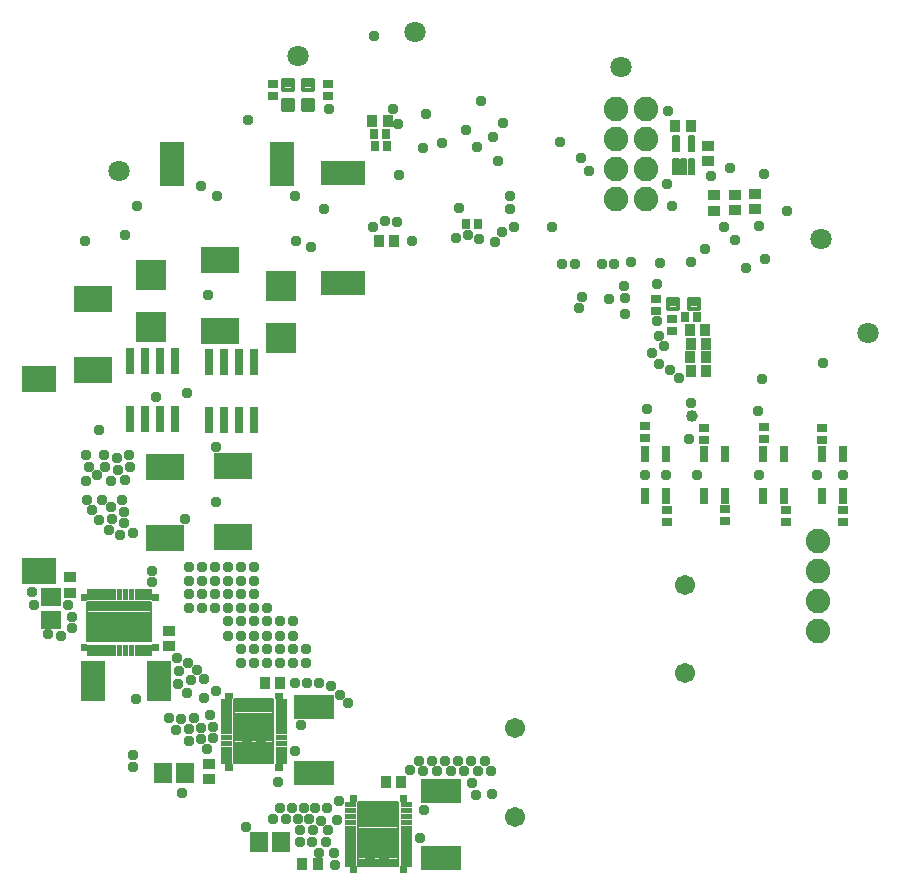
<source format=gbr>
G04 EAGLE Gerber X2 export*
%TF.Part,Single*%
%TF.FileFunction,Soldermask,Top,1*%
%TF.FilePolarity,Negative*%
%TF.GenerationSoftware,Autodesk,EAGLE,8.6.0*%
%TF.CreationDate,2018-04-19T18:27:55Z*%
G75*
%MOMM*%
%FSLAX34Y34*%
%LPD*%
%AMOC8*
5,1,8,0,0,1.08239X$1,22.5*%
G01*
%ADD10C,1.803200*%
%ADD11R,0.762000X2.184400*%
%ADD12R,3.203200X2.203200*%
%ADD13R,0.903200X1.103200*%
%ADD14R,1.103200X0.903200*%
%ADD15R,2.603200X2.603200*%
%ADD16C,0.360959*%
%ADD17R,0.803200X1.403200*%
%ADD18R,0.903200X0.803200*%
%ADD19R,3.403200X2.003200*%
%ADD20R,0.803200X0.903200*%
%ADD21R,1.503200X1.703200*%
%ADD22R,1.703200X1.503200*%
%ADD23R,2.003200X3.403200*%
%ADD24R,3.803200X2.003200*%
%ADD25R,2.003200X3.803200*%
%ADD26C,0.175159*%
%ADD27C,0.067978*%
%ADD28C,0.086728*%
%ADD29C,1.711200*%
%ADD30R,3.003200X2.303200*%
%ADD31C,0.150800*%
%ADD32C,2.082800*%
%ADD33C,0.959600*%
%ADD34C,1.009600*%


D10*
X360000Y120000D03*
X320000Y200000D03*
X151000Y345000D03*
X-24000Y375000D03*
X-274000Y257000D03*
X-123000Y355000D03*
D11*
X-160262Y95668D03*
X-172962Y95668D03*
X-185662Y95668D03*
X-198362Y95668D03*
X-198362Y46392D03*
X-185662Y46392D03*
X-172962Y46392D03*
X-160262Y46392D03*
X-226644Y96844D03*
X-239344Y96844D03*
X-252044Y96844D03*
X-264744Y96844D03*
X-264744Y47568D03*
X-252044Y47568D03*
X-239344Y47568D03*
X-226644Y47568D03*
D12*
X-296322Y148802D03*
X-296322Y88802D03*
D13*
X222200Y122700D03*
X209200Y122700D03*
X-106100Y-329800D03*
X-119100Y-329800D03*
D14*
X-198200Y-244600D03*
X-198200Y-257600D03*
D13*
X-46800Y299700D03*
X-59800Y299700D03*
D12*
X-235036Y6610D03*
X-235036Y-53390D03*
D13*
X-41200Y198200D03*
X-54200Y198200D03*
D12*
X-188920Y181808D03*
X-188920Y121808D03*
D13*
X209800Y295200D03*
X196800Y295200D03*
D14*
X-315700Y-86700D03*
X-315700Y-99700D03*
X224700Y265800D03*
X224700Y278800D03*
D13*
X209676Y110902D03*
X222676Y110902D03*
X209422Y99518D03*
X222422Y99518D03*
D12*
X-177304Y7452D03*
X-177304Y-52548D03*
D13*
X209676Y88150D03*
X222676Y88150D03*
D14*
X246966Y223952D03*
X246966Y236952D03*
X229550Y223870D03*
X229550Y236870D03*
X264036Y224766D03*
X264036Y237766D03*
D13*
X-150772Y-176096D03*
X-137772Y-176096D03*
D14*
X-231884Y-131960D03*
X-231884Y-144960D03*
D13*
X-48528Y-260064D03*
X-35528Y-260064D03*
D15*
X-246730Y125258D03*
X-246730Y169258D03*
X-136792Y115718D03*
X-136792Y159718D03*
D16*
X199141Y149111D02*
X199141Y140689D01*
X190719Y140689D01*
X190719Y149111D01*
X199141Y149111D01*
X199141Y144298D02*
X190719Y144298D01*
X190719Y147907D02*
X199141Y147907D01*
X216681Y149111D02*
X216681Y140689D01*
X208259Y140689D01*
X208259Y149111D01*
X216681Y149111D01*
X216681Y144298D02*
X208259Y144298D01*
X208259Y147907D02*
X216681Y147907D01*
D17*
X189000Y-18000D03*
X189000Y18000D03*
X171000Y18000D03*
X171000Y-18000D03*
X239000Y-18000D03*
X239000Y18000D03*
X221000Y18000D03*
X221000Y-18000D03*
X289000Y-18000D03*
X289000Y18000D03*
X271000Y18000D03*
X271000Y-18000D03*
X339000Y-18000D03*
X339000Y18000D03*
X321000Y18000D03*
X321000Y-18000D03*
D18*
X193800Y132200D03*
X193800Y122200D03*
D19*
X-109372Y-196760D03*
X-109372Y-252760D03*
X-1356Y-267984D03*
X-1356Y-323984D03*
D20*
X-57600Y278300D03*
X-47600Y278300D03*
D18*
X338650Y-29830D03*
X338650Y-39830D03*
X321050Y29470D03*
X321050Y39470D03*
D20*
X29700Y212400D03*
X19700Y212400D03*
D18*
X290150Y-29830D03*
X290150Y-39830D03*
X271850Y30670D03*
X271850Y40670D03*
X238654Y-29090D03*
X238654Y-39090D03*
X221350Y29870D03*
X221350Y39870D03*
X189546Y-29814D03*
X189546Y-39814D03*
X171550Y31470D03*
X171550Y41470D03*
D21*
X-155992Y-310378D03*
X-136992Y-310378D03*
X-237310Y-252046D03*
X-218310Y-252046D03*
D22*
X-331582Y-122616D03*
X-331582Y-103616D03*
D20*
X205000Y133500D03*
X215000Y133500D03*
D18*
X180200Y138700D03*
X180200Y148700D03*
D23*
X-240312Y-174850D03*
X-296312Y-174850D03*
D24*
X-84418Y162612D03*
X-84418Y255612D03*
D25*
X-136186Y263508D03*
X-229186Y263508D03*
D26*
X-71568Y-330908D02*
X-38288Y-330908D01*
X-71568Y-330908D02*
X-71568Y-276628D01*
X-38288Y-276628D01*
X-38288Y-330908D01*
X-38288Y-329157D02*
X-71568Y-329157D01*
X-71568Y-327406D02*
X-38288Y-327406D01*
X-38288Y-325655D02*
X-71568Y-325655D01*
X-71568Y-323904D02*
X-38288Y-323904D01*
X-38288Y-322153D02*
X-71568Y-322153D01*
X-71568Y-320402D02*
X-38288Y-320402D01*
X-38288Y-318651D02*
X-71568Y-318651D01*
X-71568Y-316900D02*
X-38288Y-316900D01*
X-38288Y-315149D02*
X-71568Y-315149D01*
X-71568Y-313398D02*
X-38288Y-313398D01*
X-38288Y-311647D02*
X-71568Y-311647D01*
X-71568Y-309896D02*
X-38288Y-309896D01*
X-38288Y-308145D02*
X-71568Y-308145D01*
X-71568Y-306394D02*
X-38288Y-306394D01*
X-38288Y-304643D02*
X-71568Y-304643D01*
X-71568Y-302892D02*
X-38288Y-302892D01*
X-38288Y-301141D02*
X-71568Y-301141D01*
X-71568Y-299390D02*
X-38288Y-299390D01*
X-38288Y-297639D02*
X-71568Y-297639D01*
X-71568Y-295888D02*
X-38288Y-295888D01*
X-38288Y-294137D02*
X-71568Y-294137D01*
X-71568Y-292386D02*
X-38288Y-292386D01*
X-38288Y-290635D02*
X-71568Y-290635D01*
X-71568Y-288884D02*
X-38288Y-288884D01*
X-38288Y-287133D02*
X-71568Y-287133D01*
X-71568Y-285382D02*
X-38288Y-285382D01*
X-38288Y-283631D02*
X-71568Y-283631D01*
X-71568Y-281880D02*
X-38288Y-281880D01*
X-38288Y-280129D02*
X-71568Y-280129D01*
X-71568Y-278378D02*
X-38288Y-278378D01*
D27*
X-74252Y-276842D02*
X-74252Y-280694D01*
X-82604Y-280694D01*
X-82604Y-276842D01*
X-74252Y-276842D01*
X-74252Y-280015D02*
X-82604Y-280015D01*
X-82604Y-279336D02*
X-74252Y-279336D01*
X-74252Y-278657D02*
X-82604Y-278657D01*
X-82604Y-277978D02*
X-74252Y-277978D01*
X-74252Y-277299D02*
X-82604Y-277299D01*
X-27252Y-276842D02*
X-27252Y-280694D01*
X-35604Y-280694D01*
X-35604Y-276842D01*
X-27252Y-276842D01*
X-27252Y-280015D02*
X-35604Y-280015D01*
X-35604Y-279336D02*
X-27252Y-279336D01*
X-27252Y-278657D02*
X-35604Y-278657D01*
X-35604Y-277978D02*
X-27252Y-277978D01*
X-27252Y-277299D02*
X-35604Y-277299D01*
X-74252Y-281842D02*
X-74252Y-285694D01*
X-82604Y-285694D01*
X-82604Y-281842D01*
X-74252Y-281842D01*
X-74252Y-285015D02*
X-82604Y-285015D01*
X-82604Y-284336D02*
X-74252Y-284336D01*
X-74252Y-283657D02*
X-82604Y-283657D01*
X-82604Y-282978D02*
X-74252Y-282978D01*
X-74252Y-282299D02*
X-82604Y-282299D01*
X-74252Y-286842D02*
X-74252Y-290694D01*
X-82604Y-290694D01*
X-82604Y-286842D01*
X-74252Y-286842D01*
X-74252Y-290015D02*
X-82604Y-290015D01*
X-82604Y-289336D02*
X-74252Y-289336D01*
X-74252Y-288657D02*
X-82604Y-288657D01*
X-82604Y-287978D02*
X-74252Y-287978D01*
X-74252Y-287299D02*
X-82604Y-287299D01*
X-74252Y-291842D02*
X-74252Y-295694D01*
X-82604Y-295694D01*
X-82604Y-291842D01*
X-74252Y-291842D01*
X-74252Y-295015D02*
X-82604Y-295015D01*
X-82604Y-294336D02*
X-74252Y-294336D01*
X-74252Y-293657D02*
X-82604Y-293657D01*
X-82604Y-292978D02*
X-74252Y-292978D01*
X-74252Y-292299D02*
X-82604Y-292299D01*
X-74252Y-296842D02*
X-74252Y-300694D01*
X-82604Y-300694D01*
X-82604Y-296842D01*
X-74252Y-296842D01*
X-74252Y-300015D02*
X-82604Y-300015D01*
X-82604Y-299336D02*
X-74252Y-299336D01*
X-74252Y-298657D02*
X-82604Y-298657D01*
X-82604Y-297978D02*
X-74252Y-297978D01*
X-74252Y-297299D02*
X-82604Y-297299D01*
X-74252Y-301842D02*
X-74252Y-305694D01*
X-82604Y-305694D01*
X-82604Y-301842D01*
X-74252Y-301842D01*
X-74252Y-305015D02*
X-82604Y-305015D01*
X-82604Y-304336D02*
X-74252Y-304336D01*
X-74252Y-303657D02*
X-82604Y-303657D01*
X-82604Y-302978D02*
X-74252Y-302978D01*
X-74252Y-302299D02*
X-82604Y-302299D01*
X-74252Y-306842D02*
X-74252Y-310694D01*
X-82604Y-310694D01*
X-82604Y-306842D01*
X-74252Y-306842D01*
X-74252Y-310015D02*
X-82604Y-310015D01*
X-82604Y-309336D02*
X-74252Y-309336D01*
X-74252Y-308657D02*
X-82604Y-308657D01*
X-82604Y-307978D02*
X-74252Y-307978D01*
X-74252Y-307299D02*
X-82604Y-307299D01*
X-74252Y-311842D02*
X-74252Y-315694D01*
X-82604Y-315694D01*
X-82604Y-311842D01*
X-74252Y-311842D01*
X-74252Y-315015D02*
X-82604Y-315015D01*
X-82604Y-314336D02*
X-74252Y-314336D01*
X-74252Y-313657D02*
X-82604Y-313657D01*
X-82604Y-312978D02*
X-74252Y-312978D01*
X-74252Y-312299D02*
X-82604Y-312299D01*
X-74252Y-316842D02*
X-74252Y-320694D01*
X-82604Y-320694D01*
X-82604Y-316842D01*
X-74252Y-316842D01*
X-74252Y-320015D02*
X-82604Y-320015D01*
X-82604Y-319336D02*
X-74252Y-319336D01*
X-74252Y-318657D02*
X-82604Y-318657D01*
X-82604Y-317978D02*
X-74252Y-317978D01*
X-74252Y-317299D02*
X-82604Y-317299D01*
X-74252Y-321842D02*
X-74252Y-325694D01*
X-82604Y-325694D01*
X-82604Y-321842D01*
X-74252Y-321842D01*
X-74252Y-325015D02*
X-82604Y-325015D01*
X-82604Y-324336D02*
X-74252Y-324336D01*
X-74252Y-323657D02*
X-82604Y-323657D01*
X-82604Y-322978D02*
X-74252Y-322978D01*
X-74252Y-322299D02*
X-82604Y-322299D01*
X-74252Y-326842D02*
X-74252Y-330694D01*
X-82604Y-330694D01*
X-82604Y-326842D01*
X-74252Y-326842D01*
X-74252Y-330015D02*
X-82604Y-330015D01*
X-82604Y-329336D02*
X-74252Y-329336D01*
X-74252Y-328657D02*
X-82604Y-328657D01*
X-82604Y-327978D02*
X-74252Y-327978D01*
X-74252Y-327299D02*
X-82604Y-327299D01*
X-27252Y-326842D02*
X-27252Y-330694D01*
X-35604Y-330694D01*
X-35604Y-326842D01*
X-27252Y-326842D01*
X-27252Y-330015D02*
X-35604Y-330015D01*
X-35604Y-329336D02*
X-27252Y-329336D01*
X-27252Y-328657D02*
X-35604Y-328657D01*
X-35604Y-327978D02*
X-27252Y-327978D01*
X-27252Y-327299D02*
X-35604Y-327299D01*
X-27252Y-325694D02*
X-27252Y-321842D01*
X-27252Y-325694D02*
X-35604Y-325694D01*
X-35604Y-321842D01*
X-27252Y-321842D01*
X-27252Y-325015D02*
X-35604Y-325015D01*
X-35604Y-324336D02*
X-27252Y-324336D01*
X-27252Y-323657D02*
X-35604Y-323657D01*
X-35604Y-322978D02*
X-27252Y-322978D01*
X-27252Y-322299D02*
X-35604Y-322299D01*
X-27252Y-320694D02*
X-27252Y-316842D01*
X-27252Y-320694D02*
X-35604Y-320694D01*
X-35604Y-316842D01*
X-27252Y-316842D01*
X-27252Y-320015D02*
X-35604Y-320015D01*
X-35604Y-319336D02*
X-27252Y-319336D01*
X-27252Y-318657D02*
X-35604Y-318657D01*
X-35604Y-317978D02*
X-27252Y-317978D01*
X-27252Y-317299D02*
X-35604Y-317299D01*
X-27252Y-315694D02*
X-27252Y-311842D01*
X-27252Y-315694D02*
X-35604Y-315694D01*
X-35604Y-311842D01*
X-27252Y-311842D01*
X-27252Y-315015D02*
X-35604Y-315015D01*
X-35604Y-314336D02*
X-27252Y-314336D01*
X-27252Y-313657D02*
X-35604Y-313657D01*
X-35604Y-312978D02*
X-27252Y-312978D01*
X-27252Y-312299D02*
X-35604Y-312299D01*
X-27252Y-310694D02*
X-27252Y-306842D01*
X-27252Y-310694D02*
X-35604Y-310694D01*
X-35604Y-306842D01*
X-27252Y-306842D01*
X-27252Y-310015D02*
X-35604Y-310015D01*
X-35604Y-309336D02*
X-27252Y-309336D01*
X-27252Y-308657D02*
X-35604Y-308657D01*
X-35604Y-307978D02*
X-27252Y-307978D01*
X-27252Y-307299D02*
X-35604Y-307299D01*
X-27252Y-305694D02*
X-27252Y-301842D01*
X-27252Y-305694D02*
X-35604Y-305694D01*
X-35604Y-301842D01*
X-27252Y-301842D01*
X-27252Y-305015D02*
X-35604Y-305015D01*
X-35604Y-304336D02*
X-27252Y-304336D01*
X-27252Y-303657D02*
X-35604Y-303657D01*
X-35604Y-302978D02*
X-27252Y-302978D01*
X-27252Y-302299D02*
X-35604Y-302299D01*
X-27252Y-300694D02*
X-27252Y-296842D01*
X-27252Y-300694D02*
X-35604Y-300694D01*
X-35604Y-296842D01*
X-27252Y-296842D01*
X-27252Y-300015D02*
X-35604Y-300015D01*
X-35604Y-299336D02*
X-27252Y-299336D01*
X-27252Y-298657D02*
X-35604Y-298657D01*
X-35604Y-297978D02*
X-27252Y-297978D01*
X-27252Y-297299D02*
X-35604Y-297299D01*
X-27252Y-295694D02*
X-27252Y-291842D01*
X-27252Y-295694D02*
X-35604Y-295694D01*
X-35604Y-291842D01*
X-27252Y-291842D01*
X-27252Y-295015D02*
X-35604Y-295015D01*
X-35604Y-294336D02*
X-27252Y-294336D01*
X-27252Y-293657D02*
X-35604Y-293657D01*
X-35604Y-292978D02*
X-27252Y-292978D01*
X-27252Y-292299D02*
X-35604Y-292299D01*
X-27252Y-290694D02*
X-27252Y-286842D01*
X-27252Y-290694D02*
X-35604Y-290694D01*
X-35604Y-286842D01*
X-27252Y-286842D01*
X-27252Y-290015D02*
X-35604Y-290015D01*
X-35604Y-289336D02*
X-27252Y-289336D01*
X-27252Y-288657D02*
X-35604Y-288657D01*
X-35604Y-287978D02*
X-27252Y-287978D01*
X-27252Y-287299D02*
X-35604Y-287299D01*
X-27252Y-285694D02*
X-27252Y-281842D01*
X-27252Y-285694D02*
X-35604Y-285694D01*
X-35604Y-281842D01*
X-27252Y-281842D01*
X-27252Y-285015D02*
X-35604Y-285015D01*
X-35604Y-284336D02*
X-27252Y-284336D01*
X-27252Y-283657D02*
X-35604Y-283657D01*
X-35604Y-282978D02*
X-27252Y-282978D01*
X-27252Y-282299D02*
X-35604Y-282299D01*
D28*
X-36511Y-276096D02*
X-31045Y-276096D01*
X-36511Y-276096D02*
X-36511Y-271180D01*
X-31045Y-271180D01*
X-31045Y-276096D01*
X-31045Y-275230D02*
X-36511Y-275230D01*
X-36511Y-274364D02*
X-31045Y-274364D01*
X-31045Y-273498D02*
X-36511Y-273498D01*
X-36511Y-272632D02*
X-31045Y-272632D01*
X-31045Y-271766D02*
X-36511Y-271766D01*
X-73345Y-276096D02*
X-78811Y-276096D01*
X-78811Y-271180D01*
X-73345Y-271180D01*
X-73345Y-276096D01*
X-73345Y-275230D02*
X-78811Y-275230D01*
X-78811Y-274364D02*
X-73345Y-274364D01*
X-73345Y-273498D02*
X-78811Y-273498D01*
X-78811Y-272632D02*
X-73345Y-272632D01*
X-73345Y-271766D02*
X-78811Y-271766D01*
X-78811Y-336356D02*
X-73345Y-336356D01*
X-78811Y-336356D02*
X-78811Y-331440D01*
X-73345Y-331440D01*
X-73345Y-336356D01*
X-73345Y-335490D02*
X-78811Y-335490D01*
X-78811Y-334624D02*
X-73345Y-334624D01*
X-73345Y-333758D02*
X-78811Y-333758D01*
X-78811Y-332892D02*
X-73345Y-332892D01*
X-73345Y-332026D02*
X-78811Y-332026D01*
X-36511Y-336356D02*
X-31045Y-336356D01*
X-36511Y-336356D02*
X-36511Y-331440D01*
X-31045Y-331440D01*
X-31045Y-336356D01*
X-31045Y-335490D02*
X-36511Y-335490D01*
X-36511Y-334624D02*
X-31045Y-334624D01*
X-31045Y-333758D02*
X-36511Y-333758D01*
X-36511Y-332892D02*
X-31045Y-332892D01*
X-31045Y-332026D02*
X-36511Y-332026D01*
D26*
X-143730Y-244064D02*
X-177010Y-244064D01*
X-177010Y-189784D01*
X-143730Y-189784D01*
X-143730Y-244064D01*
X-143730Y-242313D02*
X-177010Y-242313D01*
X-177010Y-240562D02*
X-143730Y-240562D01*
X-143730Y-238811D02*
X-177010Y-238811D01*
X-177010Y-237060D02*
X-143730Y-237060D01*
X-143730Y-235309D02*
X-177010Y-235309D01*
X-177010Y-233558D02*
X-143730Y-233558D01*
X-143730Y-231807D02*
X-177010Y-231807D01*
X-177010Y-230056D02*
X-143730Y-230056D01*
X-143730Y-228305D02*
X-177010Y-228305D01*
X-177010Y-226554D02*
X-143730Y-226554D01*
X-143730Y-224803D02*
X-177010Y-224803D01*
X-177010Y-223052D02*
X-143730Y-223052D01*
X-143730Y-221301D02*
X-177010Y-221301D01*
X-177010Y-219550D02*
X-143730Y-219550D01*
X-143730Y-217799D02*
X-177010Y-217799D01*
X-177010Y-216048D02*
X-143730Y-216048D01*
X-143730Y-214297D02*
X-177010Y-214297D01*
X-177010Y-212546D02*
X-143730Y-212546D01*
X-143730Y-210795D02*
X-177010Y-210795D01*
X-177010Y-209044D02*
X-143730Y-209044D01*
X-143730Y-207293D02*
X-177010Y-207293D01*
X-177010Y-205542D02*
X-143730Y-205542D01*
X-143730Y-203791D02*
X-177010Y-203791D01*
X-177010Y-202040D02*
X-143730Y-202040D01*
X-143730Y-200289D02*
X-177010Y-200289D01*
X-177010Y-198538D02*
X-143730Y-198538D01*
X-143730Y-196787D02*
X-177010Y-196787D01*
X-177010Y-195036D02*
X-143730Y-195036D01*
X-143730Y-193285D02*
X-177010Y-193285D01*
X-177010Y-191534D02*
X-143730Y-191534D01*
D27*
X-179694Y-189998D02*
X-179694Y-193850D01*
X-188046Y-193850D01*
X-188046Y-189998D01*
X-179694Y-189998D01*
X-179694Y-193171D02*
X-188046Y-193171D01*
X-188046Y-192492D02*
X-179694Y-192492D01*
X-179694Y-191813D02*
X-188046Y-191813D01*
X-188046Y-191134D02*
X-179694Y-191134D01*
X-179694Y-190455D02*
X-188046Y-190455D01*
X-132694Y-189998D02*
X-132694Y-193850D01*
X-141046Y-193850D01*
X-141046Y-189998D01*
X-132694Y-189998D01*
X-132694Y-193171D02*
X-141046Y-193171D01*
X-141046Y-192492D02*
X-132694Y-192492D01*
X-132694Y-191813D02*
X-141046Y-191813D01*
X-141046Y-191134D02*
X-132694Y-191134D01*
X-132694Y-190455D02*
X-141046Y-190455D01*
X-179694Y-194998D02*
X-179694Y-198850D01*
X-188046Y-198850D01*
X-188046Y-194998D01*
X-179694Y-194998D01*
X-179694Y-198171D02*
X-188046Y-198171D01*
X-188046Y-197492D02*
X-179694Y-197492D01*
X-179694Y-196813D02*
X-188046Y-196813D01*
X-188046Y-196134D02*
X-179694Y-196134D01*
X-179694Y-195455D02*
X-188046Y-195455D01*
X-179694Y-199998D02*
X-179694Y-203850D01*
X-188046Y-203850D01*
X-188046Y-199998D01*
X-179694Y-199998D01*
X-179694Y-203171D02*
X-188046Y-203171D01*
X-188046Y-202492D02*
X-179694Y-202492D01*
X-179694Y-201813D02*
X-188046Y-201813D01*
X-188046Y-201134D02*
X-179694Y-201134D01*
X-179694Y-200455D02*
X-188046Y-200455D01*
X-179694Y-204998D02*
X-179694Y-208850D01*
X-188046Y-208850D01*
X-188046Y-204998D01*
X-179694Y-204998D01*
X-179694Y-208171D02*
X-188046Y-208171D01*
X-188046Y-207492D02*
X-179694Y-207492D01*
X-179694Y-206813D02*
X-188046Y-206813D01*
X-188046Y-206134D02*
X-179694Y-206134D01*
X-179694Y-205455D02*
X-188046Y-205455D01*
X-179694Y-209998D02*
X-179694Y-213850D01*
X-188046Y-213850D01*
X-188046Y-209998D01*
X-179694Y-209998D01*
X-179694Y-213171D02*
X-188046Y-213171D01*
X-188046Y-212492D02*
X-179694Y-212492D01*
X-179694Y-211813D02*
X-188046Y-211813D01*
X-188046Y-211134D02*
X-179694Y-211134D01*
X-179694Y-210455D02*
X-188046Y-210455D01*
X-179694Y-214998D02*
X-179694Y-218850D01*
X-188046Y-218850D01*
X-188046Y-214998D01*
X-179694Y-214998D01*
X-179694Y-218171D02*
X-188046Y-218171D01*
X-188046Y-217492D02*
X-179694Y-217492D01*
X-179694Y-216813D02*
X-188046Y-216813D01*
X-188046Y-216134D02*
X-179694Y-216134D01*
X-179694Y-215455D02*
X-188046Y-215455D01*
X-179694Y-219998D02*
X-179694Y-223850D01*
X-188046Y-223850D01*
X-188046Y-219998D01*
X-179694Y-219998D01*
X-179694Y-223171D02*
X-188046Y-223171D01*
X-188046Y-222492D02*
X-179694Y-222492D01*
X-179694Y-221813D02*
X-188046Y-221813D01*
X-188046Y-221134D02*
X-179694Y-221134D01*
X-179694Y-220455D02*
X-188046Y-220455D01*
X-179694Y-224998D02*
X-179694Y-228850D01*
X-188046Y-228850D01*
X-188046Y-224998D01*
X-179694Y-224998D01*
X-179694Y-228171D02*
X-188046Y-228171D01*
X-188046Y-227492D02*
X-179694Y-227492D01*
X-179694Y-226813D02*
X-188046Y-226813D01*
X-188046Y-226134D02*
X-179694Y-226134D01*
X-179694Y-225455D02*
X-188046Y-225455D01*
X-179694Y-229998D02*
X-179694Y-233850D01*
X-188046Y-233850D01*
X-188046Y-229998D01*
X-179694Y-229998D01*
X-179694Y-233171D02*
X-188046Y-233171D01*
X-188046Y-232492D02*
X-179694Y-232492D01*
X-179694Y-231813D02*
X-188046Y-231813D01*
X-188046Y-231134D02*
X-179694Y-231134D01*
X-179694Y-230455D02*
X-188046Y-230455D01*
X-179694Y-234998D02*
X-179694Y-238850D01*
X-188046Y-238850D01*
X-188046Y-234998D01*
X-179694Y-234998D01*
X-179694Y-238171D02*
X-188046Y-238171D01*
X-188046Y-237492D02*
X-179694Y-237492D01*
X-179694Y-236813D02*
X-188046Y-236813D01*
X-188046Y-236134D02*
X-179694Y-236134D01*
X-179694Y-235455D02*
X-188046Y-235455D01*
X-179694Y-239998D02*
X-179694Y-243850D01*
X-188046Y-243850D01*
X-188046Y-239998D01*
X-179694Y-239998D01*
X-179694Y-243171D02*
X-188046Y-243171D01*
X-188046Y-242492D02*
X-179694Y-242492D01*
X-179694Y-241813D02*
X-188046Y-241813D01*
X-188046Y-241134D02*
X-179694Y-241134D01*
X-179694Y-240455D02*
X-188046Y-240455D01*
X-132694Y-239998D02*
X-132694Y-243850D01*
X-141046Y-243850D01*
X-141046Y-239998D01*
X-132694Y-239998D01*
X-132694Y-243171D02*
X-141046Y-243171D01*
X-141046Y-242492D02*
X-132694Y-242492D01*
X-132694Y-241813D02*
X-141046Y-241813D01*
X-141046Y-241134D02*
X-132694Y-241134D01*
X-132694Y-240455D02*
X-141046Y-240455D01*
X-132694Y-238850D02*
X-132694Y-234998D01*
X-132694Y-238850D02*
X-141046Y-238850D01*
X-141046Y-234998D01*
X-132694Y-234998D01*
X-132694Y-238171D02*
X-141046Y-238171D01*
X-141046Y-237492D02*
X-132694Y-237492D01*
X-132694Y-236813D02*
X-141046Y-236813D01*
X-141046Y-236134D02*
X-132694Y-236134D01*
X-132694Y-235455D02*
X-141046Y-235455D01*
X-132694Y-233850D02*
X-132694Y-229998D01*
X-132694Y-233850D02*
X-141046Y-233850D01*
X-141046Y-229998D01*
X-132694Y-229998D01*
X-132694Y-233171D02*
X-141046Y-233171D01*
X-141046Y-232492D02*
X-132694Y-232492D01*
X-132694Y-231813D02*
X-141046Y-231813D01*
X-141046Y-231134D02*
X-132694Y-231134D01*
X-132694Y-230455D02*
X-141046Y-230455D01*
X-132694Y-228850D02*
X-132694Y-224998D01*
X-132694Y-228850D02*
X-141046Y-228850D01*
X-141046Y-224998D01*
X-132694Y-224998D01*
X-132694Y-228171D02*
X-141046Y-228171D01*
X-141046Y-227492D02*
X-132694Y-227492D01*
X-132694Y-226813D02*
X-141046Y-226813D01*
X-141046Y-226134D02*
X-132694Y-226134D01*
X-132694Y-225455D02*
X-141046Y-225455D01*
X-132694Y-223850D02*
X-132694Y-219998D01*
X-132694Y-223850D02*
X-141046Y-223850D01*
X-141046Y-219998D01*
X-132694Y-219998D01*
X-132694Y-223171D02*
X-141046Y-223171D01*
X-141046Y-222492D02*
X-132694Y-222492D01*
X-132694Y-221813D02*
X-141046Y-221813D01*
X-141046Y-221134D02*
X-132694Y-221134D01*
X-132694Y-220455D02*
X-141046Y-220455D01*
X-132694Y-218850D02*
X-132694Y-214998D01*
X-132694Y-218850D02*
X-141046Y-218850D01*
X-141046Y-214998D01*
X-132694Y-214998D01*
X-132694Y-218171D02*
X-141046Y-218171D01*
X-141046Y-217492D02*
X-132694Y-217492D01*
X-132694Y-216813D02*
X-141046Y-216813D01*
X-141046Y-216134D02*
X-132694Y-216134D01*
X-132694Y-215455D02*
X-141046Y-215455D01*
X-132694Y-213850D02*
X-132694Y-209998D01*
X-132694Y-213850D02*
X-141046Y-213850D01*
X-141046Y-209998D01*
X-132694Y-209998D01*
X-132694Y-213171D02*
X-141046Y-213171D01*
X-141046Y-212492D02*
X-132694Y-212492D01*
X-132694Y-211813D02*
X-141046Y-211813D01*
X-141046Y-211134D02*
X-132694Y-211134D01*
X-132694Y-210455D02*
X-141046Y-210455D01*
X-132694Y-208850D02*
X-132694Y-204998D01*
X-132694Y-208850D02*
X-141046Y-208850D01*
X-141046Y-204998D01*
X-132694Y-204998D01*
X-132694Y-208171D02*
X-141046Y-208171D01*
X-141046Y-207492D02*
X-132694Y-207492D01*
X-132694Y-206813D02*
X-141046Y-206813D01*
X-141046Y-206134D02*
X-132694Y-206134D01*
X-132694Y-205455D02*
X-141046Y-205455D01*
X-132694Y-203850D02*
X-132694Y-199998D01*
X-132694Y-203850D02*
X-141046Y-203850D01*
X-141046Y-199998D01*
X-132694Y-199998D01*
X-132694Y-203171D02*
X-141046Y-203171D01*
X-141046Y-202492D02*
X-132694Y-202492D01*
X-132694Y-201813D02*
X-141046Y-201813D01*
X-141046Y-201134D02*
X-132694Y-201134D01*
X-132694Y-200455D02*
X-141046Y-200455D01*
X-132694Y-198850D02*
X-132694Y-194998D01*
X-132694Y-198850D02*
X-141046Y-198850D01*
X-141046Y-194998D01*
X-132694Y-194998D01*
X-132694Y-198171D02*
X-141046Y-198171D01*
X-141046Y-197492D02*
X-132694Y-197492D01*
X-132694Y-196813D02*
X-141046Y-196813D01*
X-141046Y-196134D02*
X-132694Y-196134D01*
X-132694Y-195455D02*
X-141046Y-195455D01*
D28*
X-141953Y-189252D02*
X-136487Y-189252D01*
X-141953Y-189252D02*
X-141953Y-184336D01*
X-136487Y-184336D01*
X-136487Y-189252D01*
X-136487Y-188386D02*
X-141953Y-188386D01*
X-141953Y-187520D02*
X-136487Y-187520D01*
X-136487Y-186654D02*
X-141953Y-186654D01*
X-141953Y-185788D02*
X-136487Y-185788D01*
X-136487Y-184922D02*
X-141953Y-184922D01*
X-178787Y-189252D02*
X-184253Y-189252D01*
X-184253Y-184336D01*
X-178787Y-184336D01*
X-178787Y-189252D01*
X-178787Y-188386D02*
X-184253Y-188386D01*
X-184253Y-187520D02*
X-178787Y-187520D01*
X-178787Y-186654D02*
X-184253Y-186654D01*
X-184253Y-185788D02*
X-178787Y-185788D01*
X-178787Y-184922D02*
X-184253Y-184922D01*
X-184253Y-249512D02*
X-178787Y-249512D01*
X-184253Y-249512D02*
X-184253Y-244596D01*
X-178787Y-244596D01*
X-178787Y-249512D01*
X-178787Y-248646D02*
X-184253Y-248646D01*
X-184253Y-247780D02*
X-178787Y-247780D01*
X-178787Y-246914D02*
X-184253Y-246914D01*
X-184253Y-246048D02*
X-178787Y-246048D01*
X-178787Y-245182D02*
X-184253Y-245182D01*
X-141953Y-249512D02*
X-136487Y-249512D01*
X-141953Y-249512D02*
X-141953Y-244596D01*
X-136487Y-244596D01*
X-136487Y-249512D01*
X-136487Y-248646D02*
X-141953Y-248646D01*
X-141953Y-247780D02*
X-136487Y-247780D01*
X-136487Y-246914D02*
X-141953Y-246914D01*
X-141953Y-246048D02*
X-136487Y-246048D01*
X-136487Y-245182D02*
X-141953Y-245182D01*
D26*
X-301288Y-141032D02*
X-301288Y-107752D01*
X-247008Y-107752D01*
X-247008Y-141032D01*
X-301288Y-141032D01*
X-301288Y-139281D02*
X-247008Y-139281D01*
X-247008Y-137530D02*
X-301288Y-137530D01*
X-301288Y-135779D02*
X-247008Y-135779D01*
X-247008Y-134028D02*
X-301288Y-134028D01*
X-301288Y-132277D02*
X-247008Y-132277D01*
X-247008Y-130526D02*
X-301288Y-130526D01*
X-301288Y-128775D02*
X-247008Y-128775D01*
X-247008Y-127024D02*
X-301288Y-127024D01*
X-301288Y-125273D02*
X-247008Y-125273D01*
X-247008Y-123522D02*
X-301288Y-123522D01*
X-301288Y-121771D02*
X-247008Y-121771D01*
X-247008Y-120020D02*
X-301288Y-120020D01*
X-301288Y-118269D02*
X-247008Y-118269D01*
X-247008Y-116518D02*
X-301288Y-116518D01*
X-301288Y-114767D02*
X-247008Y-114767D01*
X-247008Y-113016D02*
X-301288Y-113016D01*
X-301288Y-111265D02*
X-247008Y-111265D01*
X-247008Y-109514D02*
X-301288Y-109514D01*
X-301288Y-107763D02*
X-247008Y-107763D01*
D27*
X-247222Y-105068D02*
X-251074Y-105068D01*
X-251074Y-96716D01*
X-247222Y-96716D01*
X-247222Y-105068D01*
X-247222Y-104389D02*
X-251074Y-104389D01*
X-251074Y-103710D02*
X-247222Y-103710D01*
X-247222Y-103031D02*
X-251074Y-103031D01*
X-251074Y-102352D02*
X-247222Y-102352D01*
X-247222Y-101673D02*
X-251074Y-101673D01*
X-251074Y-100994D02*
X-247222Y-100994D01*
X-247222Y-100315D02*
X-251074Y-100315D01*
X-251074Y-99636D02*
X-247222Y-99636D01*
X-247222Y-98957D02*
X-251074Y-98957D01*
X-251074Y-98278D02*
X-247222Y-98278D01*
X-247222Y-97599D02*
X-251074Y-97599D01*
X-251074Y-96920D02*
X-247222Y-96920D01*
X-247222Y-152068D02*
X-251074Y-152068D01*
X-251074Y-143716D01*
X-247222Y-143716D01*
X-247222Y-152068D01*
X-247222Y-151389D02*
X-251074Y-151389D01*
X-251074Y-150710D02*
X-247222Y-150710D01*
X-247222Y-150031D02*
X-251074Y-150031D01*
X-251074Y-149352D02*
X-247222Y-149352D01*
X-247222Y-148673D02*
X-251074Y-148673D01*
X-251074Y-147994D02*
X-247222Y-147994D01*
X-247222Y-147315D02*
X-251074Y-147315D01*
X-251074Y-146636D02*
X-247222Y-146636D01*
X-247222Y-145957D02*
X-251074Y-145957D01*
X-251074Y-145278D02*
X-247222Y-145278D01*
X-247222Y-144599D02*
X-251074Y-144599D01*
X-251074Y-143920D02*
X-247222Y-143920D01*
X-252222Y-105068D02*
X-256074Y-105068D01*
X-256074Y-96716D01*
X-252222Y-96716D01*
X-252222Y-105068D01*
X-252222Y-104389D02*
X-256074Y-104389D01*
X-256074Y-103710D02*
X-252222Y-103710D01*
X-252222Y-103031D02*
X-256074Y-103031D01*
X-256074Y-102352D02*
X-252222Y-102352D01*
X-252222Y-101673D02*
X-256074Y-101673D01*
X-256074Y-100994D02*
X-252222Y-100994D01*
X-252222Y-100315D02*
X-256074Y-100315D01*
X-256074Y-99636D02*
X-252222Y-99636D01*
X-252222Y-98957D02*
X-256074Y-98957D01*
X-256074Y-98278D02*
X-252222Y-98278D01*
X-252222Y-97599D02*
X-256074Y-97599D01*
X-256074Y-96920D02*
X-252222Y-96920D01*
X-257222Y-105068D02*
X-261074Y-105068D01*
X-261074Y-96716D01*
X-257222Y-96716D01*
X-257222Y-105068D01*
X-257222Y-104389D02*
X-261074Y-104389D01*
X-261074Y-103710D02*
X-257222Y-103710D01*
X-257222Y-103031D02*
X-261074Y-103031D01*
X-261074Y-102352D02*
X-257222Y-102352D01*
X-257222Y-101673D02*
X-261074Y-101673D01*
X-261074Y-100994D02*
X-257222Y-100994D01*
X-257222Y-100315D02*
X-261074Y-100315D01*
X-261074Y-99636D02*
X-257222Y-99636D01*
X-257222Y-98957D02*
X-261074Y-98957D01*
X-261074Y-98278D02*
X-257222Y-98278D01*
X-257222Y-97599D02*
X-261074Y-97599D01*
X-261074Y-96920D02*
X-257222Y-96920D01*
X-262222Y-105068D02*
X-266074Y-105068D01*
X-266074Y-96716D01*
X-262222Y-96716D01*
X-262222Y-105068D01*
X-262222Y-104389D02*
X-266074Y-104389D01*
X-266074Y-103710D02*
X-262222Y-103710D01*
X-262222Y-103031D02*
X-266074Y-103031D01*
X-266074Y-102352D02*
X-262222Y-102352D01*
X-262222Y-101673D02*
X-266074Y-101673D01*
X-266074Y-100994D02*
X-262222Y-100994D01*
X-262222Y-100315D02*
X-266074Y-100315D01*
X-266074Y-99636D02*
X-262222Y-99636D01*
X-262222Y-98957D02*
X-266074Y-98957D01*
X-266074Y-98278D02*
X-262222Y-98278D01*
X-262222Y-97599D02*
X-266074Y-97599D01*
X-266074Y-96920D02*
X-262222Y-96920D01*
X-267222Y-105068D02*
X-271074Y-105068D01*
X-271074Y-96716D01*
X-267222Y-96716D01*
X-267222Y-105068D01*
X-267222Y-104389D02*
X-271074Y-104389D01*
X-271074Y-103710D02*
X-267222Y-103710D01*
X-267222Y-103031D02*
X-271074Y-103031D01*
X-271074Y-102352D02*
X-267222Y-102352D01*
X-267222Y-101673D02*
X-271074Y-101673D01*
X-271074Y-100994D02*
X-267222Y-100994D01*
X-267222Y-100315D02*
X-271074Y-100315D01*
X-271074Y-99636D02*
X-267222Y-99636D01*
X-267222Y-98957D02*
X-271074Y-98957D01*
X-271074Y-98278D02*
X-267222Y-98278D01*
X-267222Y-97599D02*
X-271074Y-97599D01*
X-271074Y-96920D02*
X-267222Y-96920D01*
X-272222Y-105068D02*
X-276074Y-105068D01*
X-276074Y-96716D01*
X-272222Y-96716D01*
X-272222Y-105068D01*
X-272222Y-104389D02*
X-276074Y-104389D01*
X-276074Y-103710D02*
X-272222Y-103710D01*
X-272222Y-103031D02*
X-276074Y-103031D01*
X-276074Y-102352D02*
X-272222Y-102352D01*
X-272222Y-101673D02*
X-276074Y-101673D01*
X-276074Y-100994D02*
X-272222Y-100994D01*
X-272222Y-100315D02*
X-276074Y-100315D01*
X-276074Y-99636D02*
X-272222Y-99636D01*
X-272222Y-98957D02*
X-276074Y-98957D01*
X-276074Y-98278D02*
X-272222Y-98278D01*
X-272222Y-97599D02*
X-276074Y-97599D01*
X-276074Y-96920D02*
X-272222Y-96920D01*
X-277222Y-105068D02*
X-281074Y-105068D01*
X-281074Y-96716D01*
X-277222Y-96716D01*
X-277222Y-105068D01*
X-277222Y-104389D02*
X-281074Y-104389D01*
X-281074Y-103710D02*
X-277222Y-103710D01*
X-277222Y-103031D02*
X-281074Y-103031D01*
X-281074Y-102352D02*
X-277222Y-102352D01*
X-277222Y-101673D02*
X-281074Y-101673D01*
X-281074Y-100994D02*
X-277222Y-100994D01*
X-277222Y-100315D02*
X-281074Y-100315D01*
X-281074Y-99636D02*
X-277222Y-99636D01*
X-277222Y-98957D02*
X-281074Y-98957D01*
X-281074Y-98278D02*
X-277222Y-98278D01*
X-277222Y-97599D02*
X-281074Y-97599D01*
X-281074Y-96920D02*
X-277222Y-96920D01*
X-282222Y-105068D02*
X-286074Y-105068D01*
X-286074Y-96716D01*
X-282222Y-96716D01*
X-282222Y-105068D01*
X-282222Y-104389D02*
X-286074Y-104389D01*
X-286074Y-103710D02*
X-282222Y-103710D01*
X-282222Y-103031D02*
X-286074Y-103031D01*
X-286074Y-102352D02*
X-282222Y-102352D01*
X-282222Y-101673D02*
X-286074Y-101673D01*
X-286074Y-100994D02*
X-282222Y-100994D01*
X-282222Y-100315D02*
X-286074Y-100315D01*
X-286074Y-99636D02*
X-282222Y-99636D01*
X-282222Y-98957D02*
X-286074Y-98957D01*
X-286074Y-98278D02*
X-282222Y-98278D01*
X-282222Y-97599D02*
X-286074Y-97599D01*
X-286074Y-96920D02*
X-282222Y-96920D01*
X-287222Y-105068D02*
X-291074Y-105068D01*
X-291074Y-96716D01*
X-287222Y-96716D01*
X-287222Y-105068D01*
X-287222Y-104389D02*
X-291074Y-104389D01*
X-291074Y-103710D02*
X-287222Y-103710D01*
X-287222Y-103031D02*
X-291074Y-103031D01*
X-291074Y-102352D02*
X-287222Y-102352D01*
X-287222Y-101673D02*
X-291074Y-101673D01*
X-291074Y-100994D02*
X-287222Y-100994D01*
X-287222Y-100315D02*
X-291074Y-100315D01*
X-291074Y-99636D02*
X-287222Y-99636D01*
X-287222Y-98957D02*
X-291074Y-98957D01*
X-291074Y-98278D02*
X-287222Y-98278D01*
X-287222Y-97599D02*
X-291074Y-97599D01*
X-291074Y-96920D02*
X-287222Y-96920D01*
X-292222Y-105068D02*
X-296074Y-105068D01*
X-296074Y-96716D01*
X-292222Y-96716D01*
X-292222Y-105068D01*
X-292222Y-104389D02*
X-296074Y-104389D01*
X-296074Y-103710D02*
X-292222Y-103710D01*
X-292222Y-103031D02*
X-296074Y-103031D01*
X-296074Y-102352D02*
X-292222Y-102352D01*
X-292222Y-101673D02*
X-296074Y-101673D01*
X-296074Y-100994D02*
X-292222Y-100994D01*
X-292222Y-100315D02*
X-296074Y-100315D01*
X-296074Y-99636D02*
X-292222Y-99636D01*
X-292222Y-98957D02*
X-296074Y-98957D01*
X-296074Y-98278D02*
X-292222Y-98278D01*
X-292222Y-97599D02*
X-296074Y-97599D01*
X-296074Y-96920D02*
X-292222Y-96920D01*
X-297222Y-105068D02*
X-301074Y-105068D01*
X-301074Y-96716D01*
X-297222Y-96716D01*
X-297222Y-105068D01*
X-297222Y-104389D02*
X-301074Y-104389D01*
X-301074Y-103710D02*
X-297222Y-103710D01*
X-297222Y-103031D02*
X-301074Y-103031D01*
X-301074Y-102352D02*
X-297222Y-102352D01*
X-297222Y-101673D02*
X-301074Y-101673D01*
X-301074Y-100994D02*
X-297222Y-100994D01*
X-297222Y-100315D02*
X-301074Y-100315D01*
X-301074Y-99636D02*
X-297222Y-99636D01*
X-297222Y-98957D02*
X-301074Y-98957D01*
X-301074Y-98278D02*
X-297222Y-98278D01*
X-297222Y-97599D02*
X-301074Y-97599D01*
X-301074Y-96920D02*
X-297222Y-96920D01*
X-297222Y-152068D02*
X-301074Y-152068D01*
X-301074Y-143716D01*
X-297222Y-143716D01*
X-297222Y-152068D01*
X-297222Y-151389D02*
X-301074Y-151389D01*
X-301074Y-150710D02*
X-297222Y-150710D01*
X-297222Y-150031D02*
X-301074Y-150031D01*
X-301074Y-149352D02*
X-297222Y-149352D01*
X-297222Y-148673D02*
X-301074Y-148673D01*
X-301074Y-147994D02*
X-297222Y-147994D01*
X-297222Y-147315D02*
X-301074Y-147315D01*
X-301074Y-146636D02*
X-297222Y-146636D01*
X-297222Y-145957D02*
X-301074Y-145957D01*
X-301074Y-145278D02*
X-297222Y-145278D01*
X-297222Y-144599D02*
X-301074Y-144599D01*
X-301074Y-143920D02*
X-297222Y-143920D01*
X-296074Y-152068D02*
X-292222Y-152068D01*
X-296074Y-152068D02*
X-296074Y-143716D01*
X-292222Y-143716D01*
X-292222Y-152068D01*
X-292222Y-151389D02*
X-296074Y-151389D01*
X-296074Y-150710D02*
X-292222Y-150710D01*
X-292222Y-150031D02*
X-296074Y-150031D01*
X-296074Y-149352D02*
X-292222Y-149352D01*
X-292222Y-148673D02*
X-296074Y-148673D01*
X-296074Y-147994D02*
X-292222Y-147994D01*
X-292222Y-147315D02*
X-296074Y-147315D01*
X-296074Y-146636D02*
X-292222Y-146636D01*
X-292222Y-145957D02*
X-296074Y-145957D01*
X-296074Y-145278D02*
X-292222Y-145278D01*
X-292222Y-144599D02*
X-296074Y-144599D01*
X-296074Y-143920D02*
X-292222Y-143920D01*
X-291074Y-152068D02*
X-287222Y-152068D01*
X-291074Y-152068D02*
X-291074Y-143716D01*
X-287222Y-143716D01*
X-287222Y-152068D01*
X-287222Y-151389D02*
X-291074Y-151389D01*
X-291074Y-150710D02*
X-287222Y-150710D01*
X-287222Y-150031D02*
X-291074Y-150031D01*
X-291074Y-149352D02*
X-287222Y-149352D01*
X-287222Y-148673D02*
X-291074Y-148673D01*
X-291074Y-147994D02*
X-287222Y-147994D01*
X-287222Y-147315D02*
X-291074Y-147315D01*
X-291074Y-146636D02*
X-287222Y-146636D01*
X-287222Y-145957D02*
X-291074Y-145957D01*
X-291074Y-145278D02*
X-287222Y-145278D01*
X-287222Y-144599D02*
X-291074Y-144599D01*
X-291074Y-143920D02*
X-287222Y-143920D01*
X-286074Y-152068D02*
X-282222Y-152068D01*
X-286074Y-152068D02*
X-286074Y-143716D01*
X-282222Y-143716D01*
X-282222Y-152068D01*
X-282222Y-151389D02*
X-286074Y-151389D01*
X-286074Y-150710D02*
X-282222Y-150710D01*
X-282222Y-150031D02*
X-286074Y-150031D01*
X-286074Y-149352D02*
X-282222Y-149352D01*
X-282222Y-148673D02*
X-286074Y-148673D01*
X-286074Y-147994D02*
X-282222Y-147994D01*
X-282222Y-147315D02*
X-286074Y-147315D01*
X-286074Y-146636D02*
X-282222Y-146636D01*
X-282222Y-145957D02*
X-286074Y-145957D01*
X-286074Y-145278D02*
X-282222Y-145278D01*
X-282222Y-144599D02*
X-286074Y-144599D01*
X-286074Y-143920D02*
X-282222Y-143920D01*
X-281074Y-152068D02*
X-277222Y-152068D01*
X-281074Y-152068D02*
X-281074Y-143716D01*
X-277222Y-143716D01*
X-277222Y-152068D01*
X-277222Y-151389D02*
X-281074Y-151389D01*
X-281074Y-150710D02*
X-277222Y-150710D01*
X-277222Y-150031D02*
X-281074Y-150031D01*
X-281074Y-149352D02*
X-277222Y-149352D01*
X-277222Y-148673D02*
X-281074Y-148673D01*
X-281074Y-147994D02*
X-277222Y-147994D01*
X-277222Y-147315D02*
X-281074Y-147315D01*
X-281074Y-146636D02*
X-277222Y-146636D01*
X-277222Y-145957D02*
X-281074Y-145957D01*
X-281074Y-145278D02*
X-277222Y-145278D01*
X-277222Y-144599D02*
X-281074Y-144599D01*
X-281074Y-143920D02*
X-277222Y-143920D01*
X-276074Y-152068D02*
X-272222Y-152068D01*
X-276074Y-152068D02*
X-276074Y-143716D01*
X-272222Y-143716D01*
X-272222Y-152068D01*
X-272222Y-151389D02*
X-276074Y-151389D01*
X-276074Y-150710D02*
X-272222Y-150710D01*
X-272222Y-150031D02*
X-276074Y-150031D01*
X-276074Y-149352D02*
X-272222Y-149352D01*
X-272222Y-148673D02*
X-276074Y-148673D01*
X-276074Y-147994D02*
X-272222Y-147994D01*
X-272222Y-147315D02*
X-276074Y-147315D01*
X-276074Y-146636D02*
X-272222Y-146636D01*
X-272222Y-145957D02*
X-276074Y-145957D01*
X-276074Y-145278D02*
X-272222Y-145278D01*
X-272222Y-144599D02*
X-276074Y-144599D01*
X-276074Y-143920D02*
X-272222Y-143920D01*
X-271074Y-152068D02*
X-267222Y-152068D01*
X-271074Y-152068D02*
X-271074Y-143716D01*
X-267222Y-143716D01*
X-267222Y-152068D01*
X-267222Y-151389D02*
X-271074Y-151389D01*
X-271074Y-150710D02*
X-267222Y-150710D01*
X-267222Y-150031D02*
X-271074Y-150031D01*
X-271074Y-149352D02*
X-267222Y-149352D01*
X-267222Y-148673D02*
X-271074Y-148673D01*
X-271074Y-147994D02*
X-267222Y-147994D01*
X-267222Y-147315D02*
X-271074Y-147315D01*
X-271074Y-146636D02*
X-267222Y-146636D01*
X-267222Y-145957D02*
X-271074Y-145957D01*
X-271074Y-145278D02*
X-267222Y-145278D01*
X-267222Y-144599D02*
X-271074Y-144599D01*
X-271074Y-143920D02*
X-267222Y-143920D01*
X-266074Y-152068D02*
X-262222Y-152068D01*
X-266074Y-152068D02*
X-266074Y-143716D01*
X-262222Y-143716D01*
X-262222Y-152068D01*
X-262222Y-151389D02*
X-266074Y-151389D01*
X-266074Y-150710D02*
X-262222Y-150710D01*
X-262222Y-150031D02*
X-266074Y-150031D01*
X-266074Y-149352D02*
X-262222Y-149352D01*
X-262222Y-148673D02*
X-266074Y-148673D01*
X-266074Y-147994D02*
X-262222Y-147994D01*
X-262222Y-147315D02*
X-266074Y-147315D01*
X-266074Y-146636D02*
X-262222Y-146636D01*
X-262222Y-145957D02*
X-266074Y-145957D01*
X-266074Y-145278D02*
X-262222Y-145278D01*
X-262222Y-144599D02*
X-266074Y-144599D01*
X-266074Y-143920D02*
X-262222Y-143920D01*
X-261074Y-152068D02*
X-257222Y-152068D01*
X-261074Y-152068D02*
X-261074Y-143716D01*
X-257222Y-143716D01*
X-257222Y-152068D01*
X-257222Y-151389D02*
X-261074Y-151389D01*
X-261074Y-150710D02*
X-257222Y-150710D01*
X-257222Y-150031D02*
X-261074Y-150031D01*
X-261074Y-149352D02*
X-257222Y-149352D01*
X-257222Y-148673D02*
X-261074Y-148673D01*
X-261074Y-147994D02*
X-257222Y-147994D01*
X-257222Y-147315D02*
X-261074Y-147315D01*
X-261074Y-146636D02*
X-257222Y-146636D01*
X-257222Y-145957D02*
X-261074Y-145957D01*
X-261074Y-145278D02*
X-257222Y-145278D01*
X-257222Y-144599D02*
X-261074Y-144599D01*
X-261074Y-143920D02*
X-257222Y-143920D01*
X-256074Y-152068D02*
X-252222Y-152068D01*
X-256074Y-152068D02*
X-256074Y-143716D01*
X-252222Y-143716D01*
X-252222Y-152068D01*
X-252222Y-151389D02*
X-256074Y-151389D01*
X-256074Y-150710D02*
X-252222Y-150710D01*
X-252222Y-150031D02*
X-256074Y-150031D01*
X-256074Y-149352D02*
X-252222Y-149352D01*
X-252222Y-148673D02*
X-256074Y-148673D01*
X-256074Y-147994D02*
X-252222Y-147994D01*
X-252222Y-147315D02*
X-256074Y-147315D01*
X-256074Y-146636D02*
X-252222Y-146636D01*
X-252222Y-145957D02*
X-256074Y-145957D01*
X-256074Y-145278D02*
X-252222Y-145278D01*
X-252222Y-144599D02*
X-256074Y-144599D01*
X-256074Y-143920D02*
X-252222Y-143920D01*
D28*
X-246476Y-142809D02*
X-246476Y-148275D01*
X-246476Y-142809D02*
X-241560Y-142809D01*
X-241560Y-148275D01*
X-246476Y-148275D01*
X-246476Y-147409D02*
X-241560Y-147409D01*
X-241560Y-146543D02*
X-246476Y-146543D01*
X-246476Y-145677D02*
X-241560Y-145677D01*
X-241560Y-144811D02*
X-246476Y-144811D01*
X-246476Y-143945D02*
X-241560Y-143945D01*
X-241560Y-143079D02*
X-246476Y-143079D01*
X-246476Y-105975D02*
X-246476Y-100509D01*
X-241560Y-100509D01*
X-241560Y-105975D01*
X-246476Y-105975D01*
X-246476Y-105109D02*
X-241560Y-105109D01*
X-241560Y-104243D02*
X-246476Y-104243D01*
X-246476Y-103377D02*
X-241560Y-103377D01*
X-241560Y-102511D02*
X-246476Y-102511D01*
X-246476Y-101645D02*
X-241560Y-101645D01*
X-241560Y-100779D02*
X-246476Y-100779D01*
X-306736Y-100509D02*
X-306736Y-105975D01*
X-306736Y-100509D02*
X-301820Y-100509D01*
X-301820Y-105975D01*
X-306736Y-105975D01*
X-306736Y-105109D02*
X-301820Y-105109D01*
X-301820Y-104243D02*
X-306736Y-104243D01*
X-306736Y-103377D02*
X-301820Y-103377D01*
X-301820Y-102511D02*
X-306736Y-102511D01*
X-306736Y-101645D02*
X-301820Y-101645D01*
X-301820Y-100779D02*
X-306736Y-100779D01*
X-306736Y-142809D02*
X-306736Y-148275D01*
X-306736Y-142809D02*
X-301820Y-142809D01*
X-301820Y-148275D01*
X-306736Y-148275D01*
X-306736Y-147409D02*
X-301820Y-147409D01*
X-301820Y-146543D02*
X-306736Y-146543D01*
X-306736Y-145677D02*
X-301820Y-145677D01*
X-301820Y-144811D02*
X-306736Y-144811D01*
X-306736Y-143945D02*
X-301820Y-143945D01*
X-301820Y-143079D02*
X-306736Y-143079D01*
D29*
X60700Y-214400D03*
X60700Y-289400D03*
D30*
X-341800Y-81500D03*
X-341800Y81500D03*
D29*
X204700Y-92900D03*
X204700Y-167900D03*
D31*
X199500Y254958D02*
X194976Y254958D01*
X194976Y267382D01*
X199500Y267382D01*
X199500Y254958D01*
X199500Y256465D02*
X194976Y256465D01*
X194976Y257972D02*
X199500Y257972D01*
X199500Y259479D02*
X194976Y259479D01*
X194976Y260986D02*
X199500Y260986D01*
X199500Y262493D02*
X194976Y262493D01*
X194976Y264000D02*
X199500Y264000D01*
X199500Y265507D02*
X194976Y265507D01*
X194976Y267014D02*
X199500Y267014D01*
X201476Y254958D02*
X206000Y254958D01*
X201476Y254958D02*
X201476Y267382D01*
X206000Y267382D01*
X206000Y254958D01*
X206000Y256465D02*
X201476Y256465D01*
X201476Y257972D02*
X206000Y257972D01*
X206000Y259479D02*
X201476Y259479D01*
X201476Y260986D02*
X206000Y260986D01*
X206000Y262493D02*
X201476Y262493D01*
X201476Y264000D02*
X206000Y264000D01*
X206000Y265507D02*
X201476Y265507D01*
X201476Y267014D02*
X206000Y267014D01*
X207976Y254958D02*
X212500Y254958D01*
X207976Y254958D02*
X207976Y267382D01*
X212500Y267382D01*
X212500Y254958D01*
X212500Y256465D02*
X207976Y256465D01*
X207976Y257972D02*
X212500Y257972D01*
X212500Y259479D02*
X207976Y259479D01*
X207976Y260986D02*
X212500Y260986D01*
X212500Y262493D02*
X207976Y262493D01*
X207976Y264000D02*
X212500Y264000D01*
X212500Y265507D02*
X207976Y265507D01*
X207976Y267014D02*
X212500Y267014D01*
X212500Y286582D02*
X207976Y286582D01*
X212500Y286582D02*
X212500Y274158D01*
X207976Y274158D01*
X207976Y286582D01*
X207976Y275665D02*
X212500Y275665D01*
X212500Y277172D02*
X207976Y277172D01*
X207976Y278679D02*
X212500Y278679D01*
X212500Y280186D02*
X207976Y280186D01*
X207976Y281693D02*
X212500Y281693D01*
X212500Y283200D02*
X207976Y283200D01*
X207976Y284707D02*
X212500Y284707D01*
X212500Y286214D02*
X207976Y286214D01*
X199500Y286582D02*
X194976Y286582D01*
X199500Y286582D02*
X199500Y274158D01*
X194976Y274158D01*
X194976Y286582D01*
X194976Y275665D02*
X199500Y275665D01*
X199500Y277172D02*
X194976Y277172D01*
X194976Y278679D02*
X199500Y278679D01*
X199500Y280186D02*
X194976Y280186D01*
X194976Y281693D02*
X199500Y281693D01*
X199500Y283200D02*
X194976Y283200D01*
X194976Y284707D02*
X199500Y284707D01*
X199500Y286214D02*
X194976Y286214D01*
D32*
X317270Y-132080D03*
X317270Y-106680D03*
X317270Y-81280D03*
X317270Y-55880D03*
D18*
X-96900Y320932D03*
X-96900Y330932D03*
D16*
X-109783Y317159D02*
X-118205Y317159D01*
X-109783Y317159D02*
X-109783Y308737D01*
X-118205Y308737D01*
X-118205Y317159D01*
X-118205Y312346D02*
X-109783Y312346D01*
X-109783Y315955D02*
X-118205Y315955D01*
X-118205Y334699D02*
X-109783Y334699D01*
X-109783Y326277D01*
X-118205Y326277D01*
X-118205Y334699D01*
X-118205Y329886D02*
X-109783Y329886D01*
X-109783Y333495D02*
X-118205Y333495D01*
D18*
X-143604Y320932D03*
X-143604Y330932D03*
D16*
X-135501Y317159D02*
X-127079Y317159D01*
X-127079Y308737D01*
X-135501Y308737D01*
X-135501Y317159D01*
X-135501Y312346D02*
X-127079Y312346D01*
X-127079Y315955D02*
X-135501Y315955D01*
X-135501Y334699D02*
X-127079Y334699D01*
X-127079Y326277D01*
X-135501Y326277D01*
X-135501Y334699D01*
X-135501Y329886D02*
X-127079Y329886D01*
X-127079Y333495D02*
X-135501Y333495D01*
D32*
X171700Y233900D03*
X146300Y233900D03*
X171700Y259300D03*
X146300Y259300D03*
X171700Y284700D03*
X146300Y284700D03*
X171700Y310100D03*
X146300Y310100D03*
D20*
X-58000Y289000D03*
X-48000Y289000D03*
D33*
X-215000Y-78000D03*
X-204000Y-78000D03*
X-193000Y-78000D03*
X-182000Y-78000D03*
X-171000Y-78000D03*
X-160000Y-78000D03*
X-149000Y-113000D03*
X-215000Y-90000D03*
X-204000Y-90000D03*
X-193000Y-90000D03*
X-182000Y-90000D03*
X-171000Y-90000D03*
X-160000Y-90000D03*
X-215000Y-101000D03*
X-204000Y-101000D03*
X-193000Y-101000D03*
X-182000Y-101000D03*
X-171000Y-101000D03*
X-160000Y-101000D03*
X-215000Y-113000D03*
X-204000Y-113000D03*
X-193000Y-113000D03*
X-182000Y-113000D03*
X-171000Y-113000D03*
X-160000Y-113000D03*
X-182000Y-124000D03*
X-171000Y-124000D03*
X-160000Y-124000D03*
X-149000Y-124000D03*
X-138000Y-124000D03*
X-127000Y-124000D03*
X-182000Y-136000D03*
X-171000Y-136000D03*
X-160000Y-136000D03*
X-149000Y-136000D03*
X-138000Y-136000D03*
X-127000Y-136000D03*
X-171000Y-147000D03*
X-160000Y-147000D03*
X-149000Y-147000D03*
X-138000Y-147000D03*
X-127000Y-147000D03*
X-116000Y-147000D03*
X-171000Y-159000D03*
X-160000Y-159000D03*
X-149000Y-159000D03*
X-138000Y-159000D03*
X-127000Y-159000D03*
X-116000Y-159000D03*
X-154000Y-239000D03*
X-154000Y-228000D03*
X-154000Y-217000D03*
X-154000Y-206000D03*
X-154000Y-195000D03*
X-166000Y-239000D03*
X-166000Y-228000D03*
X-166000Y-217000D03*
X-166000Y-206000D03*
X-166000Y-195000D03*
X-62000Y-326000D03*
X-62000Y-315000D03*
X-62000Y-304000D03*
X-62000Y-293000D03*
X-62000Y-282000D03*
X-50000Y-326000D03*
X-50000Y-315000D03*
X-50000Y-304000D03*
X-50000Y-293000D03*
X-50000Y-282000D03*
X322000Y95000D03*
X-218000Y-37000D03*
X270000Y81000D03*
X171000Y0D03*
X189000Y0D03*
X215000Y0D03*
X268000Y0D03*
X317000Y0D03*
X339000Y0D03*
X-191000Y236000D03*
X124000Y257000D03*
X200000Y82000D03*
X-302000Y17000D03*
X-262000Y-237000D03*
X-140000Y-260000D03*
X25000Y-261000D03*
X-348000Y-99000D03*
X-346000Y-110000D03*
X-334000Y-135000D03*
X-323000Y-136000D03*
X-314000Y-130000D03*
X-314000Y-120000D03*
X-317000Y-110000D03*
X-125000Y-176000D03*
X-115000Y-176000D03*
X-105000Y-176000D03*
X-95000Y-179000D03*
X-87000Y-186000D03*
X-80000Y-193000D03*
X-225000Y-155000D03*
X-216000Y-159000D03*
X-208000Y-165000D03*
X-202000Y-173000D03*
X-213000Y-174000D03*
X-223000Y-166000D03*
X-224000Y-177000D03*
X-217000Y-185000D03*
X-28000Y-250000D03*
X-20000Y-242000D03*
X-17000Y-251000D03*
X-9000Y-242000D03*
X-5000Y-251000D03*
X2000Y-242000D03*
X7000Y-251000D03*
X13000Y-242000D03*
X18000Y-251000D03*
X24000Y-242000D03*
X30000Y-251000D03*
X36000Y-242000D03*
X-221000Y-269000D03*
X41000Y-251000D03*
X42000Y-270000D03*
X28000Y-271000D03*
X-167000Y-298000D03*
X-1000Y281200D03*
X19700Y292000D03*
X29100Y277700D03*
X42400Y286400D03*
X-14200Y305800D03*
X-58500Y372000D03*
X-165400Y300400D03*
X-96600Y309700D03*
X-125300Y236300D03*
X-198700Y152300D03*
X-302700Y198300D03*
X99500Y282100D03*
X291600Y223700D03*
X272000Y254400D03*
X184100Y179500D03*
X-25908Y198120D03*
X-291000Y38000D03*
X-243000Y66000D03*
X-217000Y69000D03*
X-37000Y254000D03*
X-39000Y214000D03*
X-17000Y276400D03*
X181000Y162000D03*
X194000Y228000D03*
X117000Y268000D03*
X267000Y54000D03*
X14000Y226000D03*
X-38000Y297000D03*
X-205000Y245000D03*
X101000Y179000D03*
X154000Y136000D03*
X181000Y130000D03*
X112000Y179000D03*
X141000Y149000D03*
X153000Y160000D03*
X50000Y206000D03*
X154000Y150000D03*
X44000Y197000D03*
X31000Y200000D03*
X210000Y61000D03*
D34*
X211000Y50000D03*
D33*
X21000Y203000D03*
X118000Y151000D03*
X208000Y30000D03*
X11000Y201000D03*
X115000Y141000D03*
X173000Y56000D03*
X-49000Y215000D03*
X-59000Y210000D03*
X47000Y266000D03*
X190000Y246000D03*
X-42000Y310000D03*
X32000Y317000D03*
X51000Y298000D03*
X135000Y179000D03*
X192000Y89000D03*
X145000Y179000D03*
X183000Y94000D03*
X159000Y180000D03*
X177000Y103000D03*
X92000Y210000D03*
X-112000Y193000D03*
X60000Y210000D03*
X-124000Y198000D03*
X57000Y225000D03*
X-101000Y225000D03*
X57000Y236000D03*
X210000Y180000D03*
X257000Y175000D03*
X222000Y191000D03*
X273000Y183000D03*
X-269000Y203000D03*
X-259000Y228000D03*
X-192000Y-23000D03*
X-192000Y24000D03*
X187000Y109000D03*
X-125000Y-234000D03*
X-246000Y-91000D03*
X-246000Y-81000D03*
X-192000Y-183000D03*
X-202000Y-189000D03*
X-120000Y-212000D03*
X-88000Y-276000D03*
X-98000Y-282000D03*
X-16000Y-284000D03*
X183000Y118000D03*
X-301000Y-21000D03*
X-297000Y-30000D03*
X-289000Y-21000D03*
X-281000Y-27000D03*
X-280000Y-37000D03*
X-291000Y-38000D03*
X-283000Y-47000D03*
X-272000Y-21000D03*
X-270000Y-31000D03*
X-270000Y-41000D03*
X-273000Y-51000D03*
X-262000Y-49000D03*
X-232000Y-206000D03*
X-226000Y-216000D03*
X-222000Y-207000D03*
X-215000Y-215000D03*
X-211000Y-206000D03*
X-205000Y-214000D03*
X-197000Y-203000D03*
X-195000Y-213000D03*
X-195000Y-223000D03*
X-200000Y-232000D03*
X-205000Y-224000D03*
X-215000Y-225000D03*
X-287000Y17000D03*
X-276000Y14000D03*
X-286000Y7000D03*
X-275000Y4000D03*
X-281000Y-5000D03*
X-293000Y0D03*
X-300000Y7000D03*
X-302000Y-5000D03*
X-269000Y-4000D03*
X-265000Y7000D03*
X-266000Y17000D03*
X-108000Y-282000D03*
X-118000Y-282000D03*
X-128000Y-282000D03*
X-138000Y-282000D03*
X-144000Y-291000D03*
X-133000Y-291000D03*
X-123000Y-291000D03*
X-113000Y-291000D03*
X-103000Y-293000D03*
X-90000Y-292000D03*
X-97000Y-301000D03*
X-110000Y-301000D03*
X-121000Y-301000D03*
X-121000Y-311000D03*
X-111000Y-311000D03*
X-99000Y-311000D03*
X-92000Y-320000D03*
X-105000Y-320000D03*
X-91000Y-330000D03*
X238000Y210000D03*
X247000Y199000D03*
X268000Y211000D03*
X-19000Y-307000D03*
X-262000Y-247000D03*
X-260000Y-190000D03*
X243000Y260000D03*
X227000Y253000D03*
X191000Y308000D03*
M02*

</source>
